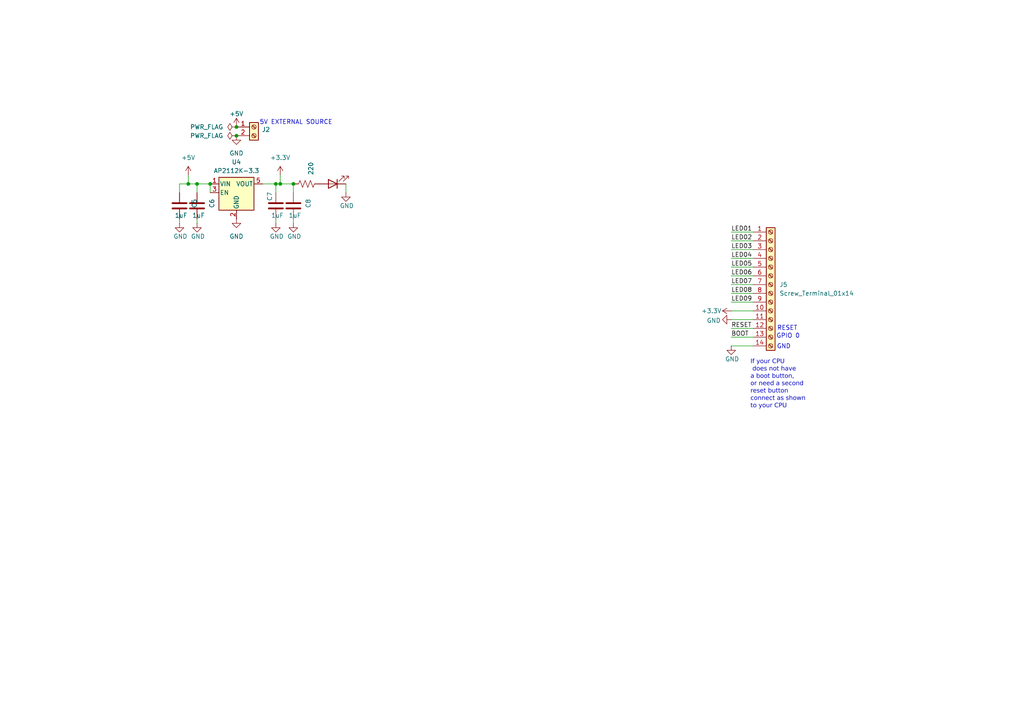
<source format=kicad_sch>
(kicad_sch (version 20250114) (generator "eeschema") (generator_version "9.0")
  (paper "A4")
  (lib_symbols
    (symbol "Connector:Screw_Terminal_01x02" (pin_names (offset 1.016) (hide yes))
      (property "Reference" "J" (at 0 2.54 0))
      (property "Value" "Screw_Terminal_01x02" (at 0 -5.08 0))
      (symbol "Screw_Terminal_01x02_1_1"
        (rectangle (start -1.27 1.27) (end 1.27 -3.81) (stroke (width 0.254)) (fill (type background)))
        (polyline (pts (xy -0.5334 0.3302) (xy 0.3302 -0.508)) (stroke (width 0.1524)))
        (polyline (pts (xy -0.5334 -2.2098) (xy 0.3302 -3.048)) (stroke (width 0.1524)))
        (polyline (pts (xy -0.3556 0.508) (xy 0.508 -0.3302)) (stroke (width 0.1524)))
        (polyline (pts (xy -0.3556 -2.032) (xy 0.508 -2.8702)) (stroke (width 0.1524)))
        (circle (center 0 0) (radius 0.635) (stroke (width 0.1524)))
        (circle (center 0 -2.54) (radius 0.635) (stroke (width 0.1524)))
        (pin passive line (at -5.08 0 0) (length 3.81) (name "Pin_1") (number "1"))
        (pin passive line (at -5.08 -2.54 0) (length 3.81) (name "Pin_2") (number "2"))
      )
    )
    (symbol "Connector:Screw_Terminal_01x14" (pin_names (offset 1.016) (hide yes))
      (property "Reference" "J" (at 0 17.78 0))
      (property "Value" "Screw_Terminal_01x14" (at 0 -20.32 0))
      (symbol "Screw_Terminal_01x14_1_1"
        (rectangle (start -1.27 16.51) (end 1.27 -19.05) (stroke (width 0.254)) (fill (type background)))
        (polyline (pts (xy -0.5334 15.5702) (xy 0.3302 14.732)) (stroke (width 0.1524)))
        (polyline (pts (xy -0.5334 13.0302) (xy 0.3302 12.192)) (stroke (width 0.1524)))
        (polyline (pts (xy -0.5334 10.4902) (xy 0.3302 9.652)) (stroke (width 0.1524)))
        (polyline (pts (xy -0.5334 7.9502) (xy 0.3302 7.112)) (stroke (width 0.1524)))
        (polyline (pts (xy -0.5334 5.4102) (xy 0.3302 4.572)) (stroke (width 0.1524)))
        (polyline (pts (xy -0.5334 2.8702) (xy 0.3302 2.032)) (stroke (width 0.1524)))
        (polyline (pts (xy -0.5334 0.3302) (xy 0.3302 -0.508)) (stroke (width 0.1524)))
        (polyline (pts (xy -0.5334 -2.2098) (xy 0.3302 -3.048)) (stroke (width 0.1524)))
        (polyline (pts (xy -0.5334 -4.7498) (xy 0.3302 -5.588)) (stroke (width 0.1524)))
        (polyline (pts (xy -0.5334 -7.2898) (xy 0.3302 -8.128)) (stroke (width 0.1524)))
        (polyline (pts (xy -0.5334 -9.8298) (xy 0.3302 -10.668)) (stroke (width 0.1524)))
        (polyline (pts (xy -0.5334 -12.3698) (xy 0.3302 -13.208)) (stroke (width 0.1524)))
        (polyline (pts (xy -0.5334 -14.9098) (xy 0.3302 -15.748)) (stroke (width 0.1524)))
        (polyline (pts (xy -0.5334 -17.4498) (xy 0.3302 -18.288)) (stroke (width 0.1524)))
        (polyline (pts (xy -0.3556 15.748) (xy 0.508 14.9098)) (stroke (width 0.1524)))
        (polyline (pts (xy -0.3556 13.208) (xy 0.508 12.3698)) (stroke (width 0.1524)))
        (polyline (pts (xy -0.3556 10.668) (xy 0.508 9.8298)) (stroke (width 0.1524)))
        (polyline (pts (xy -0.3556 8.128) (xy 0.508 7.2898)) (stroke (width 0.1524)))
        (polyline (pts (xy -0.3556 5.588) (xy 0.508 4.7498)) (stroke (width 0.1524)))
        (polyline (pts (xy -0.3556 3.048) (xy 0.508 2.2098)) (stroke (width 0.1524)))
        (polyline (pts (xy -0.3556 0.508) (xy 0.508 -0.3302)) (stroke (width 0.1524)))
        (polyline (pts (xy -0.3556 -2.032) (xy 0.508 -2.8702)) (stroke (width 0.1524)))
        (polyline (pts (xy -0.3556 -4.572) (xy 0.508 -5.4102)) (stroke (width 0.1524)))
        (polyline (pts (xy -0.3556 -7.112) (xy 0.508 -7.9502)) (stroke (width 0.1524)))
        (polyline (pts (xy -0.3556 -9.652) (xy 0.508 -10.4902)) (stroke (width 0.1524)))
        (polyline (pts (xy -0.3556 -12.192) (xy 0.508 -13.0302)) (stroke (width 0.1524)))
        (polyline (pts (xy -0.3556 -14.732) (xy 0.508 -15.5702)) (stroke (width 0.1524)))
        (polyline (pts (xy -0.3556 -17.272) (xy 0.508 -18.1102)) (stroke (width 0.1524)))
        (circle (center 0 15.24) (radius 0.635) (stroke (width 0.1524)))
        (circle (center 0 12.7) (radius 0.635) (stroke (width 0.1524)))
        (circle (center 0 10.16) (radius 0.635) (stroke (width 0.1524)))
        (circle (center 0 7.62) (radius 0.635) (stroke (width 0.1524)))
        (circle (center 0 5.08) (radius 0.635) (stroke (width 0.1524)))
        (circle (center 0 2.54) (radius 0.635) (stroke (width 0.1524)))
        (circle (center 0 0) (radius 0.635) (stroke (width 0.1524)))
        (circle (center 0 -2.54) (radius 0.635) (stroke (width 0.1524)))
        (circle (center 0 -5.08) (radius 0.635) (stroke (width 0.1524)))
        (circle (center 0 -7.62) (radius 0.635) (stroke (width 0.1524)))
        (circle (center 0 -10.16) (radius 0.635) (stroke (width 0.1524)))
        (circle (center 0 -12.7) (radius 0.635) (stroke (width 0.1524)))
        (circle (center 0 -15.24) (radius 0.635) (stroke (width 0.1524)))
        (circle (center 0 -17.78) (radius 0.635) (stroke (width 0.1524)))
        (pin passive line (at -5.08 15.24 0) (length 3.81) (name "Pin_1") (number "1"))
        (pin passive line (at -5.08 12.7 0) (length 3.81) (name "Pin_2") (number "2"))
        (pin passive line (at -5.08 10.16 0) (length 3.81) (name "Pin_3") (number "3"))
        (pin passive line (at -5.08 7.62 0) (length 3.81) (name "Pin_4") (number "4"))
        (pin passive line (at -5.08 5.08 0) (length 3.81) (name "Pin_5") (number "5"))
        (pin passive line (at -5.08 2.54 0) (length 3.81) (name "Pin_6") (number "6"))
        (pin passive line (at -5.08 0 0) (length 3.81) (name "Pin_7") (number "7"))
        (pin passive line (at -5.08 -2.54 0) (length 3.81) (name "Pin_8") (number "8"))
        (pin passive line (at -5.08 -5.08 0) (length 3.81) (name "Pin_9") (number "9"))
        (pin passive line (at -5.08 -7.62 0) (length 3.81) (name "Pin_10") (number "10"))
        (pin passive line (at -5.08 -10.16 0) (length 3.81) (name "Pin_11") (number "11"))
        (pin passive line (at -5.08 -12.7 0) (length 3.81) (name "Pin_12") (number "12"))
        (pin passive line (at -5.08 -15.24 0) (length 3.81) (name "Pin_13") (number "13"))
        (pin passive line (at -5.08 -17.78 0) (length 3.81) (name "Pin_14") (number "14"))
      )
    )
    (symbol "Device:LED" (pin_numbers (hide yes)) (pin_names (offset 1.016) (hide yes))
      (property "Reference" "D" (at 0 2.54 0))
      (property "Value" "LED" (at 0 -2.54 0))
      (symbol "LED_0_1"
        (polyline (pts (xy -3.048 -0.762) (xy -4.572 -2.286) (xy -3.81 -2.286) (xy -4.572 -2.286) (xy -4.572 -1.524)))
        (polyline (pts (xy -1.778 -0.762) (xy -3.302 -2.286) (xy -2.54 -2.286) (xy -3.302 -2.286) (xy -3.302 -1.524)))
        (polyline (pts (xy -1.27 0) (xy 1.27 0)))
        (polyline (pts (xy -1.27 -1.27) (xy -1.27 1.27)) (stroke (width 0.254)))
        (polyline (pts (xy 1.27 -1.27) (xy 1.27 1.27) (xy -1.27 0) (xy 1.27 -1.27)) (stroke (width 0.254)))
      )
      (symbol "LED_1_1"
        (pin passive line (at -3.81 0 0) (length 2.54) (name "K") (number "1"))
        (pin passive line (at 3.81 0 180) (length 2.54) (name "A") (number "2"))
      )
    )
    (symbol "Device:R_US" (pin_numbers (hide yes)) (pin_names (offset 0))
      (property "Reference" "R" (at 2.54 0 90))
      (property "Value" "R_US" (at -2.54 0 90))
      (symbol "R_US_0_1"
        (polyline (pts (xy 0 2.286) (xy 0 2.54)))
        (polyline (pts (xy 0 2.286) (xy 1.016 1.905) (xy 0 1.524) (xy -1.016 1.143) (xy 0 0.762)))
        (polyline (pts (xy 0 0.762) (xy 1.016 0.381) (xy 0 0) (xy -1.016 -0.381) (xy 0 -0.762)))
        (polyline (pts (xy 0 -0.762) (xy 1.016 -1.143) (xy 0 -1.524) (xy -1.016 -1.905) (xy 0 -2.286)))
        (polyline (pts (xy 0 -2.286) (xy 0 -2.54)))
      )
      (symbol "R_US_1_1"
        (pin passive line (at 0 3.81 270) (length 1.27) (name "~") (number "1"))
        (pin passive line (at 0 -3.81 90) (length 1.27) (name "~") (number "2"))
      )
    )
    (symbol "PCM_Capacitor_US_AKL:C_Disc_D4.7mm_W2.5mm_P5.00mm" (pin_numbers (hide yes)) (pin_names (offset 0.254))
      (property "Reference" "C" (at 0.635 2.54 0))
      (property "Value" "C_Disc_D4.7mm_W2.5mm_P5.00mm" (at 0.635 -2.54 0))
      (symbol "C_Disc_D4.7mm_W2.5mm_P5.00mm_0_1"
        (polyline (pts (xy -2.032 0.762) (xy 2.032 0.762)) (stroke (width 0.508)))
        (polyline (pts (xy -2.032 -0.762) (xy 2.032 -0.762)) (stroke (width 0.508)))
      )
      (symbol "C_Disc_D4.7mm_W2.5mm_P5.00mm_0_2"
        (polyline (pts (xy -2.54 -2.54) (xy -0.381 -0.381)))
        (polyline (pts (xy -0.508 -0.508) (xy -1.651 0.635)) (stroke (width 0.508)))
        (polyline (pts (xy -0.508 -0.508) (xy 0.635 -1.651)) (stroke (width 0.508)))
        (polyline (pts (xy 0.381 0.381) (xy 2.54 2.54)))
        (polyline (pts (xy 0.508 0.508) (xy -0.635 1.651)) (stroke (width 0.508)))
        (polyline (pts (xy 0.508 0.508) (xy 1.651 -0.635)) (stroke (width 0.508)))
      )
      (symbol "C_Disc_D4.7mm_W2.5mm_P5.00mm_1_1"
        (pin passive line (at 0 3.81 270) (length 2.794) (name "~") (number "1"))
        (pin passive line (at 0 -3.81 90) (length 2.794) (name "~") (number "2"))
      )
      (symbol "C_Disc_D4.7mm_W2.5mm_P5.00mm_1_2"
        (pin passive line (at -2.54 -2.54 90) (length 0) (name "~") (number "2"))
        (pin passive line (at 2.54 2.54 270) (length 0) (name "~") (number "1"))
      )
    )
    (symbol "Regulator_Linear:AP2112K-3.3" (pin_names (offset 0.254))
      (property "Reference" "U" (at -5.08 5.715 0))
      (property "Value" "AP2112K-3.3" (at 0 5.715 0))
      (symbol "AP2112K-3.3_0_1"
        (rectangle (start -5.08 4.445) (end 5.08 -5.08) (stroke (width 0.254)) (fill (type background)))
      )
      (symbol "AP2112K-3.3_1_1"
        (pin power_in line (at -7.62 2.54 0) (length 2.54) (name "VIN") (number "1"))
        (pin input line (at -7.62 0 0) (length 2.54) (name "EN") (number "3"))
        (pin power_in line (at 0 -7.62 90) (length 2.54) (name "GND") (number "2"))
        (pin no_connect line (at 5.08 0 180) (length 2.54) (hide yes) (name "NC") (number "4"))
        (pin power_out line (at 7.62 2.54 180) (length 2.54) (name "VOUT") (number "5"))
      )
    )
    (symbol "power:+3.3V" (power) (pin_numbers (hide yes)) (pin_names (offset 0) (hide yes))
      (property "Value" "+3.3V" (at 0 3.556 0))
      (symbol "+3.3V_0_1"
        (polyline (pts (xy -0.762 1.27) (xy 0 2.54)))
        (polyline (pts (xy 0 2.54) (xy 0.762 1.27)))
        (polyline (pts (xy 0 0) (xy 0 2.54)))
      )
      (symbol "+3.3V_1_1"
        (pin power_in line (at 0 0 90) (length 0) (name "~") (number "1"))
      )
    )
    (symbol "power:+5V" (power) (pin_numbers (hide yes)) (pin_names (offset 0) (hide yes))
      (property "Value" "+5V" (at 0 3.556 0))
      (symbol "+5V_0_1"
        (polyline (pts (xy -0.762 1.27) (xy 0 2.54)))
        (polyline (pts (xy 0 2.54) (xy 0.762 1.27)))
        (polyline (pts (xy 0 0) (xy 0 2.54)))
      )
      (symbol "+5V_1_1"
        (pin power_in line (at 0 0 90) (length 0) (name "~") (number "1"))
      )
    )
    (symbol "power:GND" (power) (pin_numbers (hide yes)) (pin_names (offset 0) (hide yes))
      (property "Value" "GND" (at 0 -3.81 0))
      (symbol "GND_0_1"
        (polyline (pts (xy 0 0) (xy 0 -1.27) (xy 1.27 -1.27) (xy 0 -2.54) (xy -1.27 -1.27) (xy 0 -1.27)))
      )
      (symbol "GND_1_1"
        (pin power_in line (at 0 0 270) (length 0) (name "~") (number "1"))
      )
    )
    (symbol "power:PWR_FLAG" (power) (pin_numbers (hide yes)) (pin_names (offset 0) (hide yes))
      (property "Value" "PWR_FLAG" (at 0 3.81 0))
      (symbol "PWR_FLAG_0_0"
        (pin power_out line (at 0 0 90) (length 0) (name "~") (number "1"))
      )
      (symbol "PWR_FLAG_0_1"
        (polyline (pts (xy 0 0) (xy 0 1.27) (xy -1.016 1.905) (xy 0 2.54) (xy 1.016 1.905) (xy 0 1.27)))
      )
    )
  )
  (text "GND" (at 227.33 100.584 0) (effects (font (size 1.27 1.27))))
  (text "GPIO 0" (at 228.6 97.536 0) (effects (font (size 1.27 1.27))))
  (text "If your CPU\n does not have\na boot button,\nor need a second\nreset button \nconnect as shown\nto your CPU\n" (at 217.678 111.76 0) (effects (font (size 1.27 1.27)) (justify left)))
  (text "5V EXTERNAL SOURCE\n\n" (at 85.852 36.576 0) (effects (font (size 1.27 1.27))))
  (text "RESET" (at 228.346 95.25 0) (effects (font (size 1.27 1.27))))
  (junction (at 68.58 39.37))
  (junction (at 54.61 53.34))
  (junction (at 81.28 53.34))
  (junction (at 60.96 53.34))
  (junction (at 68.58 36.83))
  (junction (at 85.09 53.34))
  (junction (at 80.01 53.34))
  (junction (at 57.15 53.34))
  (wire (pts (xy 81.28 53.34) (xy 85.09 53.34)))
  (wire (pts (xy 57.15 63.5) (xy 57.15 64.77)))
  (wire (pts (xy 212.09 77.47) (xy 218.44 77.47)))
  (wire (pts (xy 60.96 53.34) (xy 60.96 55.88)))
  (wire (pts (xy 212.09 72.39) (xy 218.44 72.39)))
  (wire (pts (xy 81.28 50.8) (xy 81.28 53.34)))
  (wire (pts (xy 57.15 53.34) (xy 54.61 53.34)))
  (wire (pts (xy 212.09 80.01) (xy 218.44 80.01)))
  (wire (pts (xy 54.61 50.8) (xy 54.61 53.34)))
  (wire (pts (xy 212.09 100.33) (xy 218.44 100.33)))
  (wire (pts (xy 100.33 53.34) (xy 100.33 55.88)))
  (wire (pts (xy 212.09 92.71) (xy 218.44 92.71)))
  (wire (pts (xy 212.09 95.25) (xy 218.44 95.25)))
  (wire (pts (xy 57.15 53.34) (xy 57.15 55.88)))
  (wire (pts (xy 212.09 87.63) (xy 218.44 87.63)))
  (wire (pts (xy 85.09 53.34) (xy 85.09 55.88)))
  (wire (pts (xy 80.01 53.34) (xy 81.28 53.34)))
  (wire (pts (xy 212.09 74.93) (xy 218.44 74.93)))
  (wire (pts (xy 52.07 53.34) (xy 52.07 55.88)))
  (wire (pts (xy 80.01 63.5) (xy 80.01 64.77)))
  (wire (pts (xy 57.15 53.34) (xy 60.96 53.34)))
  (wire (pts (xy 52.07 63.5) (xy 52.07 64.77)))
  (wire (pts (xy 212.09 90.17) (xy 218.44 90.17)))
  (wire (pts (xy 85.09 63.5) (xy 85.09 64.77)))
  (wire (pts (xy 76.2 53.34) (xy 80.01 53.34)))
  (wire (pts (xy 212.09 82.55) (xy 218.44 82.55)))
  (wire (pts (xy 212.09 67.31) (xy 218.44 67.31)))
  (wire (pts (xy 80.01 53.34) (xy 80.01 55.88)))
  (wire (pts (xy 212.09 97.79) (xy 218.44 97.79)))
  (wire (pts (xy 212.09 69.85) (xy 218.44 69.85)))
  (wire (pts (xy 212.09 85.09) (xy 218.44 85.09)))
  (wire (pts (xy 54.61 53.34) (xy 52.07 53.34)))
  (label "LED08" (at 212.09 85.09 0))
  (label "LED03" (at 212.09 72.39 0))
  (label "LED01" (at 212.09 67.31 0))
  (label "LED07" (at 212.09 82.55 0))
  (label "LED05" (at 212.09 77.47 0))
  (label "LED04" (at 212.09 74.93 0))
  (label "RESET" (at 212.09 95.25 0))
  (label "LED06" (at 212.09 80.01 0))
  (label "LED09" (at 212.09 87.63 0))
  (label "BOOT" (at 212.09 97.79 0))
  (label "LED02" (at 212.09 69.85 0))
  (symbol (lib_id "PCM_Capacitor_US_AKL:C_Disc_D4.7mm_W2.5mm_P5.00mm") (at 57.15 59.69 180) (unit 1)
    (property "Reference" "C6" (at 61.468 57.658 90) (effects (justify left)))
    (property "Value" "1uF" (at 59.436 62.484 0) (effects (justify left)))
    (property "Footprint" "Capacitor_SMD:C_0805_2012Metric" (effects (hide yes)))
    (property "Description" "THT Ceramic Disc Capacitor, 4.7mm Diameter, 2.5mm Width, 5.00mm Pitch, Alternate KiCad Library" (effects (hide yes)))
  )
  (symbol (lib_id "power:+3.3V") (at 81.28 50.8 0) (unit 1)
    (property "Reference" "#PWR03" (effects (hide yes)))
    (property "Value" "+3.3V" (at 81.28 45.72 0))
    (property "Description" "Power symbol creates a global label with name \"+3.3V\"" (effects (hide yes)))
  )
  (symbol (lib_id "Connector:Screw_Terminal_01x02") (at 73.66 36.83 0) (unit 1)
    (property "Reference" "J2" (at 75.946 37.592 0) (effects (justify left)))
    (property "Value" "Screw_Terminal_01x02" (effects (hide yes)))
    (property "Footprint" "TerminalBlock:TerminalBlock_MaiXu_MX126-5.0-02P_1x02_P5.00mm" (effects (hide yes)))
    (property "Description" "Generic screw terminal, single row, 01x02, script generated (kicad-library-utils/schlib/autogen/connector/)" (effects (hide yes)))
  )
  (symbol (lib_id "PCM_Capacitor_US_AKL:C_Disc_D4.7mm_W2.5mm_P5.00mm") (at 52.07 59.69 180) (unit 1)
    (property "Reference" "C5" (at 56.388 57.658 90) (effects (justify left)))
    (property "Value" "1uF" (at 54.356 62.484 0) (effects (justify left)))
    (property "Footprint" "Capacitor_SMD:C_0805_2012Metric" (effects (hide yes)))
    (property "Description" "THT Ceramic Disc Capacitor, 4.7mm Diameter, 2.5mm Width, 5.00mm Pitch, Alternate KiCad Library" (effects (hide yes)))
  )
  (symbol (lib_id "Device:LED") (at 96.52 53.34 180) (unit 1)
    (property "Reference" "D2" (effects (hide yes)))
    (property "Value" "LED" (effects (hide yes)))
    (property "Footprint" "LED_SMD:LED_0805_2012Metric_Pad1.15x1.40mm_HandSolder" (effects (hide yes)))
    (property "Description" "Light emitting diode" (effects (hide yes)))
    (property "Sim.Pins" "1=K 2=A" (effects (hide yes)))
  )
  (symbol (lib_id "PCM_Capacitor_US_AKL:C_Disc_D4.7mm_W2.5mm_P5.00mm") (at 85.09 59.69 180) (unit 1)
    (property "Reference" "C8" (at 89.408 57.658 90) (effects (justify left)))
    (property "Value" "1uF" (at 87.376 62.484 0) (effects (justify left)))
    (property "Footprint" "Capacitor_SMD:C_0805_2012Metric" (effects (hide yes)))
    (property "Description" "THT Ceramic Disc Capacitor, 4.7mm Diameter, 2.5mm Width, 5.00mm Pitch, Alternate KiCad Library" (effects (hide yes)))
  )
  (symbol (lib_id "power:GND") (at 80.01 64.77 0) (unit 1)
    (property "Reference" "#PWR046" (effects (hide yes)))
    (property "Value" "GND" (at 80.264 68.58 0))
    (property "Description" "Power symbol creates a global label with name \"GND\" , ground" (effects (hide yes)))
  )
  (symbol (lib_id "power:GND") (at 212.09 92.71 270) (unit 1)
    (property "Reference" "#PWR036" (effects (hide yes)))
    (property "Value" "GND" (at 207.01 92.964 90))
    (property "Description" "Power symbol creates a global label with name \"GND\" , ground" (effects (hide yes)))
  )
  (symbol (lib_id "power:GND") (at 212.09 100.33 0) (unit 1)
    (property "Reference" "#PWR037" (effects (hide yes)))
    (property "Value" "GND" (at 212.344 104.14 0))
    (property "Description" "Power symbol creates a global label with name \"GND\" , ground" (effects (hide yes)))
  )
  (symbol (lib_id "power:GND") (at 100.33 55.88 0) (unit 1)
    (property "Reference" "#PWR051" (effects (hide yes)))
    (property "Value" "GND" (at 100.584 59.69 0))
    (property "Description" "Power symbol creates a global label with name \"GND\" , ground" (effects (hide yes)))
  )
  (symbol (lib_id "power:PWR_FLAG") (at 68.58 36.83 90) (unit 1)
    (property "Reference" "#FLG01" (effects (hide yes)))
    (property "Value" "PWR_FLAG" (at 64.77 36.8299 90) (effects (justify left)))
    (property "Description" "Special symbol for telling ERC where power comes from" (effects (hide yes)))
  )
  (symbol (lib_id "Regulator_Linear:AP2112K-3.3") (at 68.58 55.88 0) (unit 1)
    (property "Reference" "U4" (at 68.58 46.99 0))
    (property "Value" "AP2112K-3.3" (at 68.58 49.53 0))
    (property "Footprint" "Package_TO_SOT_SMD:SOT-23-5" (effects (hide yes)))
    (property "Datasheet" "https://www.diodes.com/assets/Datasheets/AP2112.pdf" (effects (hide yes)))
    (property "Description" "600mA low dropout linear regulator, with enable pin, 3.8V-6V input voltage range, 3.3V fixed positive output, SOT-23-5" (effects (hide yes)))
  )
  (symbol (lib_id "power:+3.3V") (at 212.09 90.17 90) (unit 1)
    (property "Reference" "#PWR035" (effects (hide yes)))
    (property "Value" "+3.3V" (at 209.296 90.17 90) (effects (justify left)))
    (property "Description" "Power symbol creates a global label with name \"+3.3V\"" (effects (hide yes)))
  )
  (symbol (lib_id "PCM_Capacitor_US_AKL:C_Disc_D4.7mm_W2.5mm_P5.00mm") (at 80.01 59.69 180) (unit 1)
    (property "Reference" "C7" (at 78.232 55.626 90) (effects (justify left)))
    (property "Value" "1uF" (at 82.296 62.484 0) (effects (justify left)))
    (property "Footprint" "Capacitor_SMD:C_0805_2012Metric" (effects (hide yes)))
    (property "Description" "THT Ceramic Disc Capacitor, 4.7mm Diameter, 2.5mm Width, 5.00mm Pitch, Alternate KiCad Library" (effects (hide yes)))
  )
  (symbol (lib_id "power:GND") (at 57.15 64.77 0) (unit 1)
    (property "Reference" "#PWR045" (effects (hide yes)))
    (property "Value" "GND" (at 57.404 68.58 0))
    (property "Description" "Power symbol creates a global label with name \"GND\" , ground" (effects (hide yes)))
  )
  (symbol (lib_id "Device:R_US") (at 88.9 53.34 90) (unit 1)
    (property "Reference" "R2" (effects (hide yes)))
    (property "Value" "220" (at 90.1699 50.8 0) (effects (justify left)))
    (property "Footprint" "Resistor_SMD:R_0805_2012Metric_Pad1.20x1.40mm_HandSolder" (effects (hide yes)))
    (property "Description" "Resistor, US symbol" (effects (hide yes)))
  )
  (symbol (lib_id "Connector:Screw_Terminal_01x14") (at 223.52 82.55 0) (unit 1)
    (property "Reference" "J5" (at 226.06 82.5499 0) (effects (justify left)))
    (property "Value" "Screw_Terminal_01x14" (at 226.06 85.0899 0) (effects (justify left)))
    (property "Footprint" "TerminalBlock:TerminalBlock_MaiXu_MX126-5.0-14P_1x14_P5.00mm" (effects (hide yes)))
    (property "Description" "Generic screw terminal, single row, 01x14, script generated (kicad-library-utils/schlib/autogen/connector/)" (effects (hide yes)))
  )
  (symbol (lib_id "power:GND") (at 68.58 39.37 0) (unit 1)
    (property "Reference" "#PWR041" (effects (hide yes)))
    (property "Value" "GND" (at 68.58 44.45 0))
    (property "Description" "Power symbol creates a global label with name \"GND\" , ground" (effects (hide yes)))
  )
  (symbol (lib_id "power:GND") (at 52.07 64.77 0) (unit 1)
    (property "Reference" "#PWR02" (effects (hide yes)))
    (property "Value" "GND" (at 52.324 68.58 0))
    (property "Description" "Power symbol creates a global label with name \"GND\" , ground" (effects (hide yes)))
  )
  (symbol (lib_id "power:+5V") (at 54.61 50.8 0) (unit 1)
    (property "Reference" "#PWR042" (effects (hide yes)))
    (property "Value" "+5V" (at 54.61 45.72 0))
    (property "Description" "Power symbol creates a global label with name \"+5V\"" (effects (hide yes)))
  )
  (symbol (lib_id "power:PWR_FLAG") (at 68.58 39.37 90) (unit 1)
    (property "Reference" "#FLG02" (effects (hide yes)))
    (property "Value" "PWR_FLAG" (at 64.77 39.3699 90) (effects (justify left)))
    (property "Description" "Special symbol for telling ERC where power comes from" (effects (hide yes)))
  )
  (symbol (lib_id "power:GND") (at 85.09 64.77 0) (unit 1)
    (property "Reference" "#PWR048" (effects (hide yes)))
    (property "Value" "GND" (at 85.344 68.58 0))
    (property "Description" "Power symbol creates a global label with name \"GND\" , ground" (effects (hide yes)))
  )
  (symbol (lib_id "power:+5V") (at 68.58 36.83 0) (unit 1)
    (property "Reference" "#PWR040" (effects (hide yes)))
    (property "Value" "+5V" (at 68.58 33.02 0))
    (property "Description" "Power symbol creates a global label with name \"+5V\"" (effects (hide yes)))
  )
  (symbol (lib_id "power:GND") (at 68.58 63.5 0) (unit 1)
    (property "Reference" "#PWR043" (effects (hide yes)))
    (property "Value" "GND" (at 68.58 68.58 0))
    (property "Description" "Power symbol creates a global label with name \"GND\" , ground" (effects (hide yes)))
  )
)
</source>
